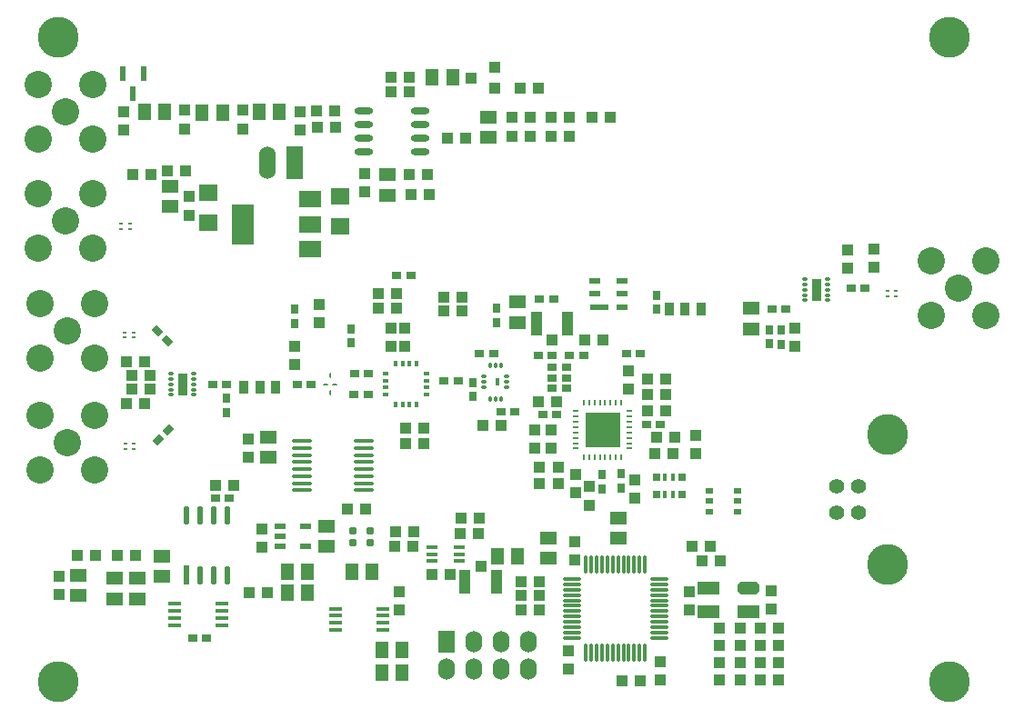
<source format=gbr>
G04 Layer_Color=255*
%FSLAX45Y45*%
%MOMM*%
%TF.FileFunction,Pads,Top*%
%TF.Part,Single*%
G01*
G75*
%TA.AperFunction,SMDPad,CuDef*%
G04:AMPARAMS|DCode=12|XSize=0.6mm|YSize=0.75mm|CornerRadius=0.15mm|HoleSize=0mm|Usage=FLASHONLY|Rotation=0.000|XOffset=0mm|YOffset=0mm|HoleType=Round|Shape=RoundedRectangle|*
%AMROUNDEDRECTD12*
21,1,0.60000,0.45000,0,0,0.0*
21,1,0.30000,0.75000,0,0,0.0*
1,1,0.30000,0.15000,-0.22500*
1,1,0.30000,-0.15000,-0.22500*
1,1,0.30000,-0.15000,0.22500*
1,1,0.30000,0.15000,0.22500*
%
%ADD12ROUNDEDRECTD12*%
%ADD13O,1.75000X0.30000*%
%ADD14O,0.30000X1.75000*%
%ADD15O,2.00000X0.35000*%
%ADD16R,0.60000X1.40000*%
%ADD17R,2.00660X1.49860*%
%ADD18R,2.00660X3.81000*%
%ADD19O,1.75000X0.60000*%
%ADD20R,1.10000X0.60000*%
%ADD21R,1.00000X1.05000*%
%ADD22R,1.05000X2.20000*%
%ADD23R,0.70000X0.50000*%
%ADD24R,1.01600X1.01600*%
%ADD25O,0.50800X1.77800*%
G04:AMPARAMS|DCode=26|XSize=1.778mm|YSize=0.508mm|CornerRadius=0.0254mm|HoleSize=0mm|Usage=FLASHONLY|Rotation=90.000|XOffset=0mm|YOffset=0mm|HoleType=Round|Shape=RoundedRectangle|*
%AMROUNDEDRECTD26*
21,1,1.77800,0.45720,0,0,90.0*
21,1,1.72720,0.50800,0,0,90.0*
1,1,0.05080,0.22860,0.86360*
1,1,0.05080,0.22860,-0.86360*
1,1,0.05080,-0.22860,-0.86360*
1,1,0.05080,-0.22860,0.86360*
%
%ADD26ROUNDEDRECTD26*%
%ADD27R,1.01600X0.30480*%
%ADD28R,0.65000X0.70000*%
%ADD29R,0.45000X0.70000*%
%ADD30R,1.14300X0.38100*%
%ADD31R,2.00000X1.20000*%
G04:AMPARAMS|DCode=32|XSize=2mm|YSize=1.2mm|CornerRadius=0mm|HoleSize=0mm|Usage=FLASHONLY|Rotation=180.000|XOffset=0mm|YOffset=0mm|HoleType=Round|Shape=Octagon|*
%AMOCTAGOND32*
4,1,8,-1.00000,0.30000,-1.00000,-0.30000,-0.70000,-0.60000,0.70000,-0.60000,1.00000,-0.30000,1.00000,0.30000,0.70000,0.60000,-0.70000,0.60000,-1.00000,0.30000,0.0*
%
%ADD32OCTAGOND32*%

%ADD33R,1.80000X1.60000*%
%ADD34R,1.50000X1.30000*%
%ADD35R,1.30000X1.50000*%
%ADD36R,1.00000X1.10000*%
%ADD37R,1.10000X1.00000*%
%ADD38R,0.70000X0.90000*%
%ADD39R,1.75000X0.60000*%
%ADD40R,1.00000X0.60000*%
%ADD41R,0.90000X2.10000*%
%ADD42O,0.60000X0.30000*%
%ADD43R,0.55000X0.30000*%
%ADD44R,0.30000X0.55000*%
%ADD45R,3.30000X3.30000*%
%ADD46O,0.25000X0.65000*%
%ADD47O,0.65000X0.25000*%
%ADD48O,0.30000X0.60000*%
%ADD49R,0.40000X0.80000*%
%ADD50R,0.90000X1.30000*%
%ADD51R,1.01600X1.01600*%
%ADD52R,0.38000X0.28000*%
G04:AMPARAMS|DCode=53|XSize=0.5mm|YSize=0.25mm|CornerRadius=0.0625mm|HoleSize=0mm|Usage=FLASHONLY|Rotation=90.000|XOffset=0mm|YOffset=0mm|HoleType=Round|Shape=RoundedRectangle|*
%AMROUNDEDRECTD53*
21,1,0.50000,0.12500,0,0,90.0*
21,1,0.37500,0.25000,0,0,90.0*
1,1,0.12500,0.06250,0.18750*
1,1,0.12500,0.06250,-0.18750*
1,1,0.12500,-0.06250,-0.18750*
1,1,0.12500,-0.06250,0.18750*
%
%ADD53ROUNDEDRECTD53*%
G04:AMPARAMS|DCode=54|XSize=0.5mm|YSize=0.25mm|CornerRadius=0.0625mm|HoleSize=0mm|Usage=FLASHONLY|Rotation=0.000|XOffset=0mm|YOffset=0mm|HoleType=Round|Shape=RoundedRectangle|*
%AMROUNDEDRECTD54*
21,1,0.50000,0.12500,0,0,0.0*
21,1,0.37500,0.25000,0,0,0.0*
1,1,0.12500,0.18750,-0.06250*
1,1,0.12500,-0.18750,-0.06250*
1,1,0.12500,-0.18750,0.06250*
1,1,0.12500,0.18750,0.06250*
%
%ADD54ROUNDEDRECTD54*%
%ADD55R,0.90000X0.70000*%
G04:AMPARAMS|DCode=56|XSize=0.7mm|YSize=0.9mm|CornerRadius=0mm|HoleSize=0mm|Usage=FLASHONLY|Rotation=135.000|XOffset=0mm|YOffset=0mm|HoleType=Round|Shape=Rectangle|*
%AMROTATEDRECTD56*
4,1,4,0.56569,0.07071,-0.07071,-0.56569,-0.56569,-0.07071,0.07071,0.56569,0.56569,0.07071,0.0*
%
%ADD56ROTATEDRECTD56*%

G04:AMPARAMS|DCode=57|XSize=0.7mm|YSize=0.9mm|CornerRadius=0mm|HoleSize=0mm|Usage=FLASHONLY|Rotation=225.000|XOffset=0mm|YOffset=0mm|HoleType=Round|Shape=Rectangle|*
%AMROTATEDRECTD57*
4,1,4,-0.07071,0.56569,0.56569,-0.07071,0.07071,-0.56569,-0.56569,0.07071,-0.07071,0.56569,0.0*
%
%ADD57ROTATEDRECTD57*%

%TA.AperFunction,ComponentPad*%
%ADD80C,1.39700*%
%ADD81C,3.81000*%
%ADD82C,3.80000*%
%ADD83R,1.52400X2.03200*%
%ADD84O,1.52400X2.03200*%
%ADD85R,1.52400X3.04800*%
%ADD86O,1.52400X3.04800*%
%ADD87C,2.54000*%
D12*
X3243604Y1902204D02*
D03*
Y1789204D02*
D03*
X3408604D02*
D03*
Y1902204D02*
D03*
D13*
X6097500Y905000D02*
D03*
Y955000D02*
D03*
Y1005000D02*
D03*
Y1055000D02*
D03*
Y1105000D02*
D03*
Y1155000D02*
D03*
Y1205000D02*
D03*
Y1255000D02*
D03*
Y1305000D02*
D03*
Y1355000D02*
D03*
Y1405000D02*
D03*
Y1455000D02*
D03*
X5282500D02*
D03*
Y1405000D02*
D03*
Y1355000D02*
D03*
Y1305000D02*
D03*
Y1255000D02*
D03*
Y1205000D02*
D03*
Y1155000D02*
D03*
Y1105000D02*
D03*
Y1055000D02*
D03*
Y1005000D02*
D03*
Y955000D02*
D03*
Y905000D02*
D03*
D14*
X5965000Y1587500D02*
D03*
X5915000D02*
D03*
X5865000D02*
D03*
X5815000D02*
D03*
X5765000D02*
D03*
X5715000D02*
D03*
X5665000D02*
D03*
X5615000D02*
D03*
X5565000D02*
D03*
X5515000D02*
D03*
X5465000D02*
D03*
X5415000D02*
D03*
Y772500D02*
D03*
X5465000D02*
D03*
X5515000D02*
D03*
X5565000D02*
D03*
X5615000D02*
D03*
X5665000D02*
D03*
X5715000D02*
D03*
X5765000D02*
D03*
X5815000D02*
D03*
X5865000D02*
D03*
X5915000D02*
D03*
X5965000D02*
D03*
D15*
X3350000Y2282500D02*
D03*
Y2347500D02*
D03*
Y2412500D02*
D03*
Y2477500D02*
D03*
Y2542500D02*
D03*
Y2607500D02*
D03*
Y2672500D02*
D03*
Y2737500D02*
D03*
X2770000Y2282500D02*
D03*
Y2347500D02*
D03*
Y2412500D02*
D03*
Y2477500D02*
D03*
Y2542500D02*
D03*
Y2607500D02*
D03*
Y2672500D02*
D03*
Y2737500D02*
D03*
D16*
X1295000Y6165000D02*
D03*
X1105000D02*
D03*
X1200000Y5975000D02*
D03*
D17*
X2851780Y4991140D02*
D03*
Y4760000D02*
D03*
Y4528860D02*
D03*
D18*
X2221860Y4760000D02*
D03*
D19*
X3871102Y5433703D02*
D03*
Y5560703D02*
D03*
Y5687703D02*
D03*
Y5814703D02*
D03*
X3346102Y5433703D02*
D03*
Y5560703D02*
D03*
Y5687703D02*
D03*
Y5814703D02*
D03*
D20*
X2806104Y1945704D02*
D03*
Y1755704D02*
D03*
X2566104D02*
D03*
Y1850704D02*
D03*
Y1945704D02*
D03*
D21*
X4436104Y1575954D02*
D03*
X5100000Y3679750D02*
D03*
D22*
X4583604Y1425704D02*
D03*
X4288604D02*
D03*
X4952500Y3830000D02*
D03*
X5247500D02*
D03*
D23*
X6827500Y2275000D02*
D03*
Y2180000D02*
D03*
Y2085000D02*
D03*
X6562500D02*
D03*
Y2180000D02*
D03*
Y2275000D02*
D03*
D24*
X4570362Y6027683D02*
D03*
Y6220723D02*
D03*
X4346842Y6121663D02*
D03*
D25*
X1698102Y2043603D02*
D03*
X1825102D02*
D03*
X1952102D02*
D03*
X2079102D02*
D03*
Y1484803D02*
D03*
X1952102D02*
D03*
X1825102D02*
D03*
D26*
X1698102D02*
D03*
D27*
X4233104Y1749204D02*
D03*
Y1685704D02*
D03*
Y1622204D02*
D03*
X3979104D02*
D03*
Y1685704D02*
D03*
Y1749204D02*
D03*
D28*
X6070000Y2240000D02*
D03*
Y2400000D02*
D03*
X6310000Y2240000D02*
D03*
Y2400000D02*
D03*
D29*
X6150000Y2240000D02*
D03*
Y2400000D02*
D03*
X6230000Y2240000D02*
D03*
Y2400000D02*
D03*
D30*
X3083601Y1176714D02*
D03*
Y1111690D02*
D03*
Y1046666D02*
D03*
Y981642D02*
D03*
X3523601Y981689D02*
D03*
Y1046713D02*
D03*
Y1111737D02*
D03*
Y1176761D02*
D03*
X2028602Y1026691D02*
D03*
Y1091715D02*
D03*
Y1156739D02*
D03*
Y1221763D02*
D03*
X1588602Y1221715D02*
D03*
Y1156691D02*
D03*
Y1091667D02*
D03*
Y1026643D02*
D03*
D31*
X6930000Y1150000D02*
D03*
X6560000D02*
D03*
Y1370000D02*
D03*
D32*
X6930000D02*
D03*
D33*
X1900000Y4770000D02*
D03*
Y5050000D02*
D03*
X3130000Y5020000D02*
D03*
Y4740000D02*
D03*
D34*
X688602Y1489203D02*
D03*
Y1299203D02*
D03*
X1468602Y1669203D02*
D03*
Y1479203D02*
D03*
X4780000Y4035000D02*
D03*
Y3845000D02*
D03*
X1028602Y1459203D02*
D03*
Y1269203D02*
D03*
X1238602Y1459203D02*
D03*
Y1269203D02*
D03*
X1547500Y4922500D02*
D03*
Y5112500D02*
D03*
X3568602Y5219203D02*
D03*
Y5029203D02*
D03*
X4508602Y5569203D02*
D03*
Y5759203D02*
D03*
X5070000Y1645000D02*
D03*
Y1835000D02*
D03*
X5720000Y2025000D02*
D03*
Y1835000D02*
D03*
X2996103Y1945704D02*
D03*
Y1755704D02*
D03*
X2460000Y2585000D02*
D03*
Y2775000D02*
D03*
X6950000Y3975000D02*
D03*
Y3785000D02*
D03*
D35*
X3515000Y580000D02*
D03*
X3705000D02*
D03*
X2633602Y1324203D02*
D03*
X2823602D02*
D03*
X3233602Y1524203D02*
D03*
X3423602D02*
D03*
X2633602D02*
D03*
X2823602D02*
D03*
X3983602Y6124203D02*
D03*
X4173602D02*
D03*
X1493602Y5804203D02*
D03*
X1303602D02*
D03*
X2033602Y5794203D02*
D03*
X1843602D02*
D03*
X2563602Y5804203D02*
D03*
X2373602D02*
D03*
X4591103Y1665704D02*
D03*
X4781103D02*
D03*
X3705000Y790000D02*
D03*
X3515000D02*
D03*
D36*
X7360000Y3795000D02*
D03*
Y3625000D02*
D03*
X2700000Y3455000D02*
D03*
Y3625000D02*
D03*
X3730000Y3795000D02*
D03*
Y3625000D02*
D03*
X3600000Y3795000D02*
D03*
Y3625000D02*
D03*
X5870000Y2375000D02*
D03*
Y2205000D02*
D03*
X5448602Y2314203D02*
D03*
Y2144203D02*
D03*
X5808602Y3224203D02*
D03*
Y3394203D02*
D03*
X4938602Y2844203D02*
D03*
Y2674203D02*
D03*
X5320001Y2430001D02*
D03*
Y2260002D02*
D03*
X5088602Y2844203D02*
D03*
Y2674203D02*
D03*
X2396103Y1750704D02*
D03*
Y1920704D02*
D03*
X3680000Y1165000D02*
D03*
Y1335000D02*
D03*
X5310000Y1635000D02*
D03*
Y1805000D02*
D03*
X5250000Y785000D02*
D03*
Y615000D02*
D03*
X6110000Y685000D02*
D03*
Y515000D02*
D03*
X6375001Y1170001D02*
D03*
Y1340001D02*
D03*
X7140000Y1345000D02*
D03*
Y1175000D02*
D03*
X1720000Y4845000D02*
D03*
Y5015000D02*
D03*
X2930000Y3845000D02*
D03*
Y4015000D02*
D03*
X2270000Y2585000D02*
D03*
Y2755000D02*
D03*
X7855000Y4350000D02*
D03*
Y4520000D02*
D03*
X3358602Y5059203D02*
D03*
Y5229203D02*
D03*
X1678602Y5649203D02*
D03*
Y5819203D02*
D03*
X2218602Y5649203D02*
D03*
Y5819203D02*
D03*
X508602Y1479203D02*
D03*
Y1309203D02*
D03*
X8095000Y4360000D02*
D03*
Y4530000D02*
D03*
X2758602Y5809203D02*
D03*
Y5639203D02*
D03*
X1108602Y5809203D02*
D03*
Y5639203D02*
D03*
X6440000Y2625000D02*
D03*
Y2795000D02*
D03*
D37*
X3655000Y3980000D02*
D03*
X3485000D02*
D03*
X3735000Y2720000D02*
D03*
X3905000D02*
D03*
X3735000Y2860000D02*
D03*
X3905000D02*
D03*
X5143602Y3109203D02*
D03*
X4973602D02*
D03*
X6073602Y2779203D02*
D03*
X6243602D02*
D03*
X5155001Y2345001D02*
D03*
X4985001D02*
D03*
X6155001Y3170002D02*
D03*
X5985001D02*
D03*
X5985001Y3020002D02*
D03*
X6155001D02*
D03*
X1965000Y2330000D02*
D03*
X2135000D02*
D03*
X3631103Y1755704D02*
D03*
X3801103D02*
D03*
X4425000Y2020000D02*
D03*
X4255000D02*
D03*
X4245000Y1880000D02*
D03*
X4415000D02*
D03*
X3811104Y1895704D02*
D03*
X3641104D02*
D03*
X3191103Y2105704D02*
D03*
X3361103D02*
D03*
X6495000Y1620000D02*
D03*
X6665000D02*
D03*
X1517500Y5257500D02*
D03*
X1687500D02*
D03*
X1365000Y5220000D02*
D03*
X1195000D02*
D03*
X4623607Y2884205D02*
D03*
X4453607D02*
D03*
X1355000Y3350000D02*
D03*
X1185000D02*
D03*
X1355000Y3220000D02*
D03*
X1185000D02*
D03*
X6405000Y1760000D02*
D03*
X6575000D02*
D03*
X4265000Y3950000D02*
D03*
X4095000D02*
D03*
X4265000Y4080000D02*
D03*
X4095000D02*
D03*
X3603602Y5994203D02*
D03*
X3773602D02*
D03*
Y6124203D02*
D03*
X3603602D02*
D03*
X3073602Y5814203D02*
D03*
X2903602D02*
D03*
X3953602Y5034203D02*
D03*
X3783602D02*
D03*
X3083602Y5664203D02*
D03*
X2913602D02*
D03*
X4123602Y5564203D02*
D03*
X4293602D02*
D03*
X3943602Y5224203D02*
D03*
X3773602D02*
D03*
X5643602Y5754203D02*
D03*
X5473602D02*
D03*
X4723602D02*
D03*
X4893602D02*
D03*
X5155001Y2495002D02*
D03*
X4985001D02*
D03*
X5988602Y3314203D02*
D03*
X6158602D02*
D03*
X6230001Y2620001D02*
D03*
X6060001D02*
D03*
X2453602Y1324203D02*
D03*
X2283602D02*
D03*
X853602Y1674203D02*
D03*
X683602D02*
D03*
X1223602D02*
D03*
X1053602D02*
D03*
X4151104Y1495704D02*
D03*
X3981104D02*
D03*
X7209599Y515402D02*
D03*
X7039599D02*
D03*
X7209599Y675401D02*
D03*
X7039599D02*
D03*
X7209599Y835401D02*
D03*
X7039599D02*
D03*
X7209599Y995402D02*
D03*
X7039599D02*
D03*
X5755000Y510000D02*
D03*
X5925000D02*
D03*
X4815000Y1430000D02*
D03*
X4985000D02*
D03*
X4815000Y1300000D02*
D03*
X4985000D02*
D03*
X4815000Y1170000D02*
D03*
X4985000D02*
D03*
X3655000Y4110000D02*
D03*
X3485000D02*
D03*
X4803602Y6024203D02*
D03*
X4973602D02*
D03*
X5263602Y5754203D02*
D03*
X5093602D02*
D03*
X5263602Y5574203D02*
D03*
X5093602D02*
D03*
X4893602D02*
D03*
X4723602D02*
D03*
X1305000Y3480000D02*
D03*
X1135000D02*
D03*
X1135000Y3090000D02*
D03*
X1305000D02*
D03*
X5405000Y3680000D02*
D03*
X5575000D02*
D03*
D38*
X3230000Y3655000D02*
D03*
Y3785000D02*
D03*
X2700000Y3965000D02*
D03*
Y3835000D02*
D03*
X5745001Y2435002D02*
D03*
Y2305002D02*
D03*
X4580000Y3975000D02*
D03*
Y3845000D02*
D03*
X2070000Y3135000D02*
D03*
Y3005000D02*
D03*
X4360000Y3285000D02*
D03*
Y3155000D02*
D03*
X5568602Y2424203D02*
D03*
Y2294203D02*
D03*
X6070000Y3965000D02*
D03*
Y4095000D02*
D03*
X7120000Y3645000D02*
D03*
Y3775000D02*
D03*
X7230000Y3640000D02*
D03*
Y3770000D02*
D03*
D39*
X5537500Y3990000D02*
D03*
D40*
X5500000Y4110000D02*
D03*
Y4230000D02*
D03*
X5750000D02*
D03*
Y4110000D02*
D03*
Y3990000D02*
D03*
D41*
X7560000Y4150000D02*
D03*
X1658601Y3269201D02*
D03*
D42*
X7665000Y4250000D02*
D03*
Y4200000D02*
D03*
Y4150000D02*
D03*
Y4100000D02*
D03*
Y4050000D02*
D03*
X7455000D02*
D03*
Y4100000D02*
D03*
Y4150000D02*
D03*
Y4200000D02*
D03*
Y4250000D02*
D03*
X4468605Y3339204D02*
D03*
Y3289204D02*
D03*
Y3239204D02*
D03*
X4678605D02*
D03*
Y3289204D02*
D03*
Y3339204D02*
D03*
X1763601Y3369202D02*
D03*
Y3319201D02*
D03*
Y3269201D02*
D03*
Y3219201D02*
D03*
Y3169201D02*
D03*
X1553601D02*
D03*
Y3219201D02*
D03*
Y3269201D02*
D03*
Y3319201D02*
D03*
Y3369202D02*
D03*
D43*
X3927500Y3172500D02*
D03*
Y3237500D02*
D03*
X3930000Y3302500D02*
D03*
X3930000Y3367500D02*
D03*
X3550000D02*
D03*
Y3302500D02*
D03*
Y3237500D02*
D03*
Y3172500D02*
D03*
D44*
X3837500Y3457500D02*
D03*
X3772500D02*
D03*
X3707500D02*
D03*
X3642500D02*
D03*
Y3082500D02*
D03*
X3707500D02*
D03*
X3772500D02*
D03*
X3837500D02*
D03*
D45*
X5570001Y2845001D02*
D03*
D46*
X5745001Y2592501D02*
D03*
X5695001D02*
D03*
X5645001D02*
D03*
X5595002D02*
D03*
X5545001D02*
D03*
X5495001D02*
D03*
X5445001D02*
D03*
X5395001D02*
D03*
Y3097501D02*
D03*
X5445001D02*
D03*
X5495001D02*
D03*
X5545001D02*
D03*
X5595002D02*
D03*
X5645001D02*
D03*
X5695001D02*
D03*
X5745001D02*
D03*
D47*
X5317501Y2670001D02*
D03*
Y2720001D02*
D03*
Y2770001D02*
D03*
Y2820001D02*
D03*
Y2870001D02*
D03*
Y2920001D02*
D03*
Y2970001D02*
D03*
Y3020001D02*
D03*
X5822501D02*
D03*
Y2970001D02*
D03*
Y2920001D02*
D03*
Y2870001D02*
D03*
Y2820001D02*
D03*
Y2770001D02*
D03*
Y2720001D02*
D03*
Y2670001D02*
D03*
D48*
X4623605Y3444204D02*
D03*
X4573605D02*
D03*
X4523605D02*
D03*
Y3134204D02*
D03*
X4573605D02*
D03*
X4623605D02*
D03*
D49*
X4593605Y3289204D02*
D03*
D50*
X2230000Y3237500D02*
D03*
X2530000D02*
D03*
X2380000D02*
D03*
X6340000Y3967500D02*
D03*
X6490000D02*
D03*
X6190000D02*
D03*
D51*
X6655539Y675401D02*
D03*
X6853659D02*
D03*
X6655539Y515402D02*
D03*
X6853659D02*
D03*
X6655539Y835401D02*
D03*
X6853659D02*
D03*
X6655539Y995402D02*
D03*
X6853659D02*
D03*
D52*
X1207500Y2667500D02*
D03*
X1127500D02*
D03*
Y2717500D02*
D03*
X1207500D02*
D03*
X1167500Y4717500D02*
D03*
X1087500D02*
D03*
Y4767500D02*
D03*
X1167500D02*
D03*
X8300000Y4090000D02*
D03*
X8220000D02*
D03*
Y4140000D02*
D03*
X8300000D02*
D03*
X1202500Y3702500D02*
D03*
X1122500D02*
D03*
Y3752500D02*
D03*
X1202500D02*
D03*
D53*
X3033601Y3186702D02*
D03*
Y3351702D02*
D03*
D54*
X2988601Y3269202D02*
D03*
X3078601D02*
D03*
D55*
X5980001Y2895002D02*
D03*
X6110001D02*
D03*
X5143602Y2989203D02*
D03*
X5013602D02*
D03*
X5925000Y3550000D02*
D03*
X5795000D02*
D03*
X5103602Y3329203D02*
D03*
X5233602D02*
D03*
X5103602Y3429203D02*
D03*
X5233602D02*
D03*
X1965000Y2210000D02*
D03*
X2095000D02*
D03*
X4623606Y3009205D02*
D03*
X4753606D02*
D03*
X3388602Y3364203D02*
D03*
X3258602D02*
D03*
X2070000Y3269201D02*
D03*
X1940000D02*
D03*
X2855000Y3270000D02*
D03*
X2725000D02*
D03*
X3387500Y3175000D02*
D03*
X3257500D02*
D03*
X4225000Y3300000D02*
D03*
X4095000D02*
D03*
X3785000Y4280000D02*
D03*
X3655000D02*
D03*
X8015000Y4160000D02*
D03*
X7885000D02*
D03*
X5233602Y3229203D02*
D03*
X5103602D02*
D03*
X5263602Y3539203D02*
D03*
X5393602D02*
D03*
X4973602D02*
D03*
X5103602D02*
D03*
X1755000Y900000D02*
D03*
X1885000D02*
D03*
X7275000Y3970000D02*
D03*
X7145000D02*
D03*
X5115000Y4060000D02*
D03*
X4985000D02*
D03*
X4555000Y3550000D02*
D03*
X4425000D02*
D03*
D56*
X1431538Y2749038D02*
D03*
X1523462Y2840962D02*
D03*
D57*
X1424038Y3763462D02*
D03*
X1515962Y3671539D02*
D03*
D80*
X7950000Y2319999D02*
D03*
X7750001D02*
D03*
X7749998Y2070000D02*
D03*
X7950000D02*
D03*
D81*
X8221000Y1593001D02*
D03*
Y2797001D02*
D03*
D82*
X8800001Y6500001D02*
D03*
X500000Y6500000D02*
D03*
X8800001Y500001D02*
D03*
X500000Y500000D02*
D03*
D83*
X4119000Y867000D02*
D03*
D84*
Y613000D02*
D03*
X4373000Y867000D02*
D03*
Y613000D02*
D03*
X4627000Y867000D02*
D03*
Y613000D02*
D03*
X4881000Y867000D02*
D03*
Y613000D02*
D03*
D85*
X2700000Y5330000D02*
D03*
D86*
X2446000D02*
D03*
D87*
X568602Y5804203D02*
D03*
X314602Y6058203D02*
D03*
Y5550203D02*
D03*
X822602D02*
D03*
Y6058203D02*
D03*
X583600Y2724201D02*
D03*
X329600Y2978201D02*
D03*
Y2470201D02*
D03*
X837600D02*
D03*
Y2978201D02*
D03*
X573602Y4789203D02*
D03*
X319602Y5043203D02*
D03*
Y4535203D02*
D03*
X827602D02*
D03*
Y5043203D02*
D03*
X583601Y3769202D02*
D03*
X329601Y4023202D02*
D03*
Y3515202D02*
D03*
X837601D02*
D03*
Y4023202D02*
D03*
X8885000Y4160000D02*
D03*
X8631000Y4414000D02*
D03*
Y3906000D02*
D03*
X9139000D02*
D03*
Y4414000D02*
D03*
%TF.MD5,f3ecfdbb7204aa4508e2130d4415e76c*%
M02*

</source>
